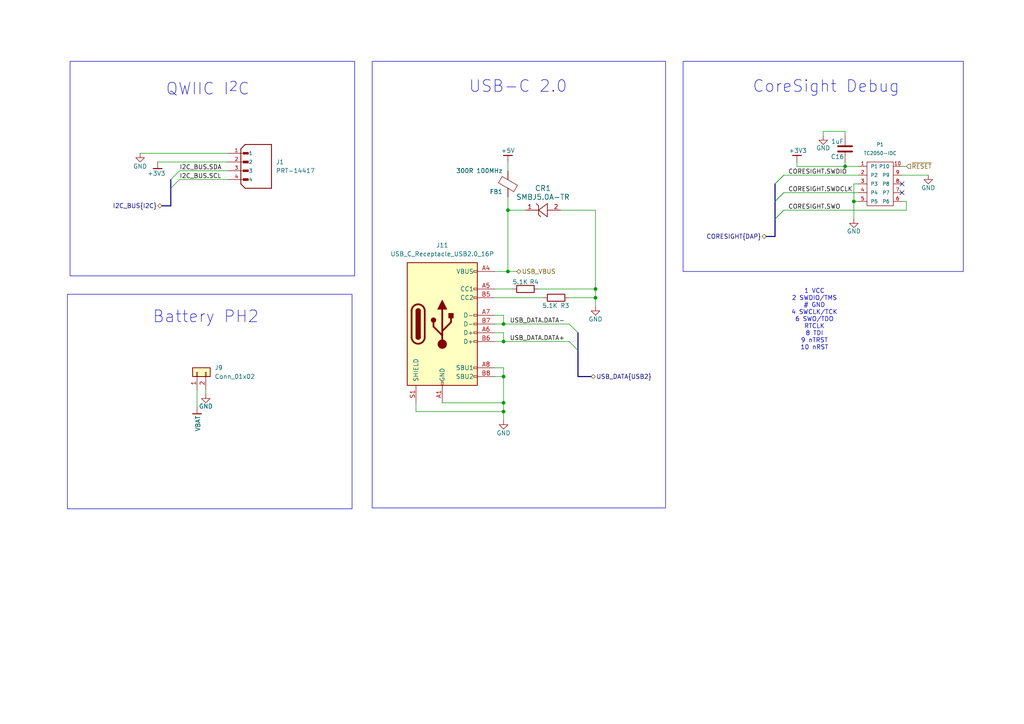
<source format=kicad_sch>
(kicad_sch (version 20250114) (generator "eeschema") (generator_version "9.0")
  (paper "A4")
  (title_block (title "${TITLE}") (date "2024-12-25") (rev "${VERSION}") (company "${AUTHOR}") (comment 1 "${LICENSE}"))
  (lib_symbols
    (symbol "Connector:USB_C_Receptacle_USB2.0_16P" (pin_names (offset 1.016))
      (property "Reference" "J" (at 0 22.225 0))
      (property "Value" "USB_C_Receptacle_USB2.0_16P" (at 0 19.685 0))
      (symbol "USB_C_Receptacle_USB2.0_16P_0_0"
        (rectangle (start -0.254 -17.78) (end 0.254 -16.764))
        (rectangle (start 10.16 15.494) (end 9.144 14.986))
        (rectangle (start 10.16 10.414) (end 9.144 9.906))
        (rectangle (start 10.16 7.874) (end 9.144 7.366))
        (rectangle (start 10.16 2.794) (end 9.144 2.286))
        (rectangle (start 10.16 0.254) (end 9.144 -0.254))
        (rectangle (start 10.16 -2.286) (end 9.144 -2.794))
        (rectangle (start 10.16 -4.826) (end 9.144 -5.334))
        (rectangle (start 10.16 -12.446) (end 9.144 -12.954))
        (rectangle (start 10.16 -14.986) (end 9.144 -15.494))
      )
      (symbol "USB_C_Receptacle_USB2.0_16P_0_1"
        (rectangle (start -10.16 17.78) (end 10.16 -17.78) (stroke (width 0.254)) (fill (type background)))
        (polyline (pts (xy -8.89 -3.81) (xy -8.89 3.81)) (stroke (width 0.508)))
        (rectangle (start -7.62 -3.81) (end -6.35 3.81) (stroke (width 0.254)) (fill (type outline)))
        (arc (start -7.62 3.81) (mid -6.985 4.4423) (end -6.35 3.81) (stroke (width 0.254)))
        (arc (start -7.62 3.81) (mid -6.985 4.4423) (end -6.35 3.81) (stroke (width 0.254)) (fill (type outline)))
        (arc (start -8.89 3.81) (mid -6.985 5.7067) (end -5.08 3.81) (stroke (width 0.508)))
        (arc (start -5.08 -3.81) (mid -6.985 -5.7067) (end -8.89 -3.81) (stroke (width 0.508)))
        (arc (start -6.35 -3.81) (mid -6.985 -4.4423) (end -7.62 -3.81) (stroke (width 0.254)))
        (arc (start -6.35 -3.81) (mid -6.985 -4.4423) (end -7.62 -3.81) (stroke (width 0.254)) (fill (type outline)))
        (polyline (pts (xy -5.08 3.81) (xy -5.08 -3.81)) (stroke (width 0.508)))
        (circle (center -2.54 1.143) (radius 0.635) (stroke (width 0.254)) (fill (type outline)))
        (polyline (pts (xy -1.27 4.318) (xy 0 6.858) (xy 1.27 4.318) (xy -1.27 4.318)) (stroke (width 0.254)) (fill (type outline)))
        (polyline (pts (xy 0 -2.032) (xy 2.54 0.508) (xy 2.54 1.778)) (stroke (width 0.508)))
        (polyline (pts (xy 0 -3.302) (xy -2.54 -0.762) (xy -2.54 0.508)) (stroke (width 0.508)))
        (polyline (pts (xy 0 -5.842) (xy 0 4.318)) (stroke (width 0.508)))
        (circle (center 0 -5.842) (radius 1.27) (fill (type outline)))
        (rectangle (start 1.905 1.778) (end 3.175 3.048) (stroke (width 0.254)) (fill (type outline)))
      )
      (symbol "USB_C_Receptacle_USB2.0_16P_1_1"
        (pin passive line (at -7.62 -22.86 90) (length 5.08) (name "SHIELD") (number "S1"))
        (pin passive line (at 0 -22.86 90) (length 5.08) (name "GND") (number "A1"))
        (pin passive line (at 0 -22.86 90) (length 5.08) (hide yes) (name "GND") (number "A12"))
        (pin passive line (at 0 -22.86 90) (length 5.08) (hide yes) (name "GND") (number "B1"))
        (pin passive line (at 0 -22.86 90) (length 5.08) (hide yes) (name "GND") (number "B12"))
        (pin passive line (at 15.24 15.24 180) (length 5.08) (name "VBUS") (number "A4"))
        (pin passive line (at 15.24 15.24 180) (length 5.08) (hide yes) (name "VBUS") (number "A9"))
        (pin passive line (at 15.24 15.24 180) (length 5.08) (hide yes) (name "VBUS") (number "B4"))
        (pin passive line (at 15.24 15.24 180) (length 5.08) (hide yes) (name "VBUS") (number "B9"))
        (pin bidirectional line (at 15.24 10.16 180) (length 5.08) (name "CC1") (number "A5"))
        (pin bidirectional line (at 15.24 7.62 180) (length 5.08) (name "CC2") (number "B5"))
        (pin bidirectional line (at 15.24 2.54 180) (length 5.08) (name "D-") (number "A7"))
        (pin bidirectional line (at 15.24 0 180) (length 5.08) (name "D-") (number "B7"))
        (pin bidirectional line (at 15.24 -2.54 180) (length 5.08) (name "D+") (number "A6"))
        (pin bidirectional line (at 15.24 -5.08 180) (length 5.08) (name "D+") (number "B6"))
        (pin bidirectional line (at 15.24 -12.7 180) (length 5.08) (name "SBU1") (number "A8"))
        (pin bidirectional line (at 15.24 -15.24 180) (length 5.08) (name "SBU2") (number "B8"))
      )
    )
    (symbol "Connector_Generic:Conn_01x02" (pin_names (offset 1.016) (hide yes))
      (property "Reference" "J" (at 0 2.54 0))
      (property "Value" "Conn_01x02" (at 0 -5.08 0))
      (symbol "Conn_01x02_1_1"
        (rectangle (start -1.27 1.27) (end 1.27 -3.81) (stroke (width 0.254)) (fill (type background)))
        (rectangle (start -1.27 0.127) (end 0 -0.127) (stroke (width 0.1524)))
        (rectangle (start -1.27 -2.413) (end 0 -2.667) (stroke (width 0.1524)))
        (pin passive line (at -5.08 0 0) (length 3.81) (name "Pin_1") (number "1"))
        (pin passive line (at -5.08 -2.54 0) (length 3.81) (name "Pin_2") (number "2"))
      )
    )
    (symbol "Device:C" (pin_numbers (hide yes)) (pin_names (offset 0.254))
      (property "Reference" "C" (at 0.635 2.54 0))
      (property "Value" "C" (at 0.635 -2.54 0))
      (symbol "C_0_1"
        (polyline (pts (xy -2.032 0.762) (xy 2.032 0.762)) (stroke (width 0.508)))
        (polyline (pts (xy -2.032 -0.762) (xy 2.032 -0.762)) (stroke (width 0.508)))
      )
      (symbol "C_1_1"
        (pin passive line (at 0 3.81 270) (length 2.794) (name "~") (number "1"))
        (pin passive line (at 0 -3.81 90) (length 2.794) (name "~") (number "2"))
      )
    )
    (symbol "Device:FerriteBead" (pin_numbers (hide yes)) (pin_names (offset 0))
      (property "Reference" "FB" (at -3.81 0.635 90))
      (property "Value" "FerriteBead" (at 3.81 0 90))
      (symbol "FerriteBead_0_1"
        (polyline (pts (xy -2.7686 0.4064) (xy -1.7018 2.2606) (xy 2.7686 -0.3048) (xy 1.6764 -2.159) (xy -2.7686 0.4064)))
        (polyline (pts (xy 0 1.27) (xy 0 1.2954)))
        (polyline (pts (xy 0 -1.27) (xy 0 -1.2192)))
      )
      (symbol "FerriteBead_1_1"
        (pin passive line (at 0 3.81 270) (length 2.54) (name "~") (number "1"))
        (pin passive line (at 0 -3.81 90) (length 2.54) (name "~") (number "2"))
      )
    )
    (symbol "Device:R" (pin_numbers (hide yes)) (pin_names (offset 0))
      (property "Reference" "R" (at 2.032 0 90))
      (property "Value" "R" (at 0 0 90))
      (symbol "R_0_1"
        (rectangle (start -1.016 -2.54) (end 1.016 2.54) (stroke (width 0.254)))
      )
      (symbol "R_1_1"
        (pin passive line (at 0 3.81 270) (length 1.27) (name "~") (number "1"))
        (pin passive line (at 0 -3.81 90) (length 1.27) (name "~") (number "2"))
      )
    )
    (symbol "GND_10" (power) (pin_names (offset 0))
      (property "Value" "GND" (at 0 -3.81 0))
      (symbol "GND_10_0_1"
        (polyline (pts (xy 0 0) (xy 0 -1.27) (xy 1.27 -1.27) (xy 0 -2.54) (xy -1.27 -1.27) (xy 0 -1.27)))
      )
      (symbol "GND_10_1_1"
        (pin power_in line (at 0 0 270) (length 0) (hide yes) (name "GND") (number "1"))
      )
    )
    (symbol "GND_28" (power) (pin_names (offset 0))
      (property "Value" "GND" (at 0 -3.81 0))
      (symbol "GND_28_0_1"
        (polyline (pts (xy 0 0) (xy 0 -1.27) (xy 1.27 -1.27) (xy 0 -2.54) (xy -1.27 -1.27) (xy 0 -1.27)))
      )
      (symbol "GND_28_1_1"
        (pin power_in line (at 0 0 270) (length 0) (hide yes) (name "GND") (number "1"))
      )
    )
    (symbol "GND_35" (power) (pin_names (offset 0))
      (property "Value" "GND" (at 0 -3.81 0))
      (symbol "GND_35_0_1"
        (polyline (pts (xy 0 0) (xy 0 -1.27) (xy 1.27 -1.27) (xy 0 -2.54) (xy -1.27 -1.27) (xy 0 -1.27)))
      )
      (symbol "GND_35_1_1"
        (pin power_in line (at 0 0 270) (length 0) (hide yes) (name "GND") (number "1"))
      )
    )
    (symbol "GND_37" (power) (pin_names (offset 0))
      (property "Value" "GND" (at 0 -3.81 0))
      (symbol "GND_37_0_1"
        (polyline (pts (xy 0 0) (xy 0 -1.27) (xy 1.27 -1.27) (xy 0 -2.54) (xy -1.27 -1.27) (xy 0 -1.27)))
      )
      (symbol "GND_37_1_1"
        (pin power_in line (at 0 0 270) (length 0) (hide yes) (name "GND") (number "1"))
      )
    )
    (symbol "GND_6" (power) (pin_numbers (hide yes)) (pin_names (offset 0) (hide yes))
      (property "Value" "GND" (at 0 -3.81 0))
      (symbol "GND_6_0_1"
        (polyline (pts (xy 0 0) (xy 0 -1.27) (xy 1.27 -1.27) (xy 0 -2.54) (xy -1.27 -1.27) (xy 0 -1.27)))
      )
      (symbol "GND_6_1_1"
        (pin power_in line (at 0 0 270) (length 0) (name "~") (number "1"))
      )
    )
    (symbol "PRT-14417:PRT-14417" (pin_names (offset 1.016))
      (property "Reference" "J" (at -2.54 8.382 0))
      (property "Value" "PRT-14417" (at -2.54 -7.62 0))
      (symbol "PRT-14417_0_0"
        (polyline (pts (xy -3.81 6.35) (xy -3.81 -3.81)) (stroke (width 0.254)))
        (polyline (pts (xy -3.81 6.35) (xy -2.54 7.62)) (stroke (width 0.254)))
        (polyline (pts (xy -3.81 -3.81) (xy -2.54 -5.08)) (stroke (width 0.254)))
        (rectangle (start -3.175 4.7625) (end -1.5875 5.3975) (stroke (width 0.1)) (fill (type outline)))
        (rectangle (start -3.175 2.2225) (end -1.5875 2.8575) (stroke (width 0.1)) (fill (type outline)))
        (rectangle (start -3.175 -0.3175) (end -1.5875 0.3175) (stroke (width 0.1)) (fill (type outline)))
        (rectangle (start -3.175 -2.8575) (end -1.5875 -2.2225) (stroke (width 0.1)) (fill (type outline)))
        (polyline (pts (xy -2.54 -5.08) (xy 5.08 -5.08)) (stroke (width 0.254)))
        (polyline (pts (xy 5.08 7.62) (xy -2.54 7.62)) (stroke (width 0.254)))
        (polyline (pts (xy 5.08 -5.08) (xy 5.08 7.62)) (stroke (width 0.254)))
        (pin passive line (at -7.62 5.08 0) (length 5.08) (name "1") (number "1"))
        (pin passive line (at -7.62 2.54 0) (length 5.08) (name "2") (number "2"))
        (pin passive line (at -7.62 0 0) (length 5.08) (name "3") (number "3"))
        (pin passive line (at -7.62 -2.54 0) (length 5.08) (name "4") (number "4"))
      )
    )
    (symbol "SMBJ5-0A-TR:SMBJ5.0A-TR" (pin_names (offset 0.254))
      (property "Reference" "CR" (at 0 0 0))
      (property "Value" "SMBJ5.0A-TR" (at 0 0 0))
      (symbol "SMBJ5.0A-TR_0_1"
        (polyline (pts (xy 2.54 0) (xy 3.81 0)) (stroke (width 0.2032)))
        (polyline (pts (xy 3.175 1.905) (xy 3.81 1.27)) (stroke (width 0.2032)))
        (polyline (pts (xy 3.81 1.27) (xy 3.81 -1.27)) (stroke (width 0.2032)))
        (polyline (pts (xy 3.81 0) (xy 6.35 -1.905)) (stroke (width 0.2032)))
        (polyline (pts (xy 3.81 -1.27) (xy 4.445 -1.905)) (stroke (width 0.2032)))
        (polyline (pts (xy 6.35 1.905) (xy 3.81 0)) (stroke (width 0.2032)))
        (polyline (pts (xy 6.35 -1.905) (xy 6.35 1.905)) (stroke (width 0.2032)))
        (polyline (pts (xy 7.62 0) (xy 6.35 0)) (stroke (width 0.2032)))
        (pin unspecified line (at 0 0 0) (length 2.54) (name "") (number "1"))
        (pin unspecified line (at 10.16 0 180) (length 2.54) (name "") (number "2"))
      )
    )
    (symbol "TC2050-IDC:TC2050-IDC" (pin_names (offset 1.016))
      (property "Reference" "P1" (at 0 9.144 0))
      (property "Value" "TC2050-IDC" (at 0 7.366 0))
      (symbol "TC2050-IDC_0_1"
        (rectangle (start 3.81 6.35) (end -3.81 -6.35))
      )
      (symbol "TC2050-IDC_1_1"
        (pin passive line (at -6.35 5.08 0) (length 2.54) (name "P1") (number "1"))
        (pin passive line (at -6.35 2.54 0) (length 2.54) (name "P2") (number "2"))
        (pin passive line (at -6.35 0 0) (length 2.54) (name "P3") (number "3"))
        (pin passive line (at -6.35 -2.54 0) (length 2.54) (name "P4") (number "4"))
        (pin passive line (at -6.35 -5.08 0) (length 2.54) (name "P5") (number "5"))
        (pin passive line (at 6.35 5.08 180) (length 2.54) (name "P10") (number "10"))
        (pin passive line (at 6.35 2.54 180) (length 2.54) (name "P9") (number "9"))
        (pin passive line (at 6.35 0 180) (length 2.54) (name "P8") (number "8"))
        (pin passive line (at 6.35 -2.54 180) (length 2.54) (name "P7") (number "7"))
        (pin passive line (at 6.35 -5.08 180) (length 2.54) (name "P6") (number "6"))
      )
    )
    (symbol "gkl_power:+3V3" (power) (pin_names (offset 0))
      (property "Value" "+3V3" (at 0 3.556 0))
      (symbol "+3V3_0_1"
        (polyline (pts (xy -1.27 1.905) (xy 1.27 1.905)) (stroke (width 0.3048)))
        (polyline (pts (xy 0 0) (xy 0 1.905)))
      )
      (symbol "+3V3_1_1"
        (pin power_in line (at 0 0 90) (length 0) (hide yes) (name "+3V3") (number "1"))
      )
    )
    (symbol "gkl_power:+5V" (power) (pin_names (offset 0))
      (property "Value" "+5V" (at 0 3.175 0))
      (symbol "+5V_0_1"
        (polyline (pts (xy -1.27 1.905) (xy 1.27 1.905)) (stroke (width 0.3048)))
        (polyline (pts (xy 0 0) (xy 0 1.905)))
      )
      (symbol "+5V_1_1"
        (pin power_in line (at 0 0 90) (length 0) (hide yes) (name "+5V") (number "1"))
      )
    )
    (symbol "gkl_power:VBAT" (power) (pin_names (offset 0))
      (property "Value" "VBAT" (at 0 3.556 0))
      (symbol "VBAT_0_1"
        (polyline (pts (xy -1.27 1.905) (xy 1.27 1.905)) (stroke (width 0.3048)))
        (polyline (pts (xy 0 0) (xy 0 1.905)))
      )
      (symbol "VBAT_1_1"
        (pin power_in line (at 0 0 90) (length 0) (hide yes) (name "VBAT") (number "1"))
      )
    )
  )
  (bus_alias "SPI4" (members "DC" "CS" "SCK" "MOSI"))
  (rectangle (start 20.32 17.78) (end 102.87 80.01))
  (rectangle (start 107.95 17.78) (end 193.04 147.32))
  (rectangle (start 198.12 17.78) (end 279.4 78.74))
  (rectangle (start 19.558 85.344) (end 102.108 147.574))
  (text "USB-C 2.0" (at 135.89 27.178 0) (effects (font (size 3.4036 3.4036)) (justify left bottom)))
  (text "Battery PH2" (at 44.196 93.98 0) (effects (font (size 3.4036 3.4036)) (justify left bottom)))
  (text "QWIIC I^{2}C" (at 48.006 27.94 0) (effects (font (size 3.4036 3.4036)) (justify left bottom)))
  (text "1 VCC\n2 SWDIO/TMS\n# GND\n4 SWCLK/TCK\n6 SWO/TDO\nRTCLK\n8 TDI\n9 nTRST\n10 nRST" (at 236.22 92.71 0) (effects (font (size 1.27 1.27))))
  (text "CoreSight Debug" (at 218.186 27.178 0) (effects (font (size 3.4036 3.4036)) (justify left bottom)))
  (junction (at 147.32 78.74))
  (junction (at 172.72 86.36))
  (junction (at 146.05 109.22))
  (junction (at 172.72 83.82))
  (junction (at 146.05 93.98))
  (junction (at 245.11 48.26))
  (junction (at 147.32 60.96))
  (junction (at 146.05 116.84))
  (junction (at 247.65 58.42))
  (junction (at 146.05 99.06))
  (junction (at 146.05 119.38))
  (no_connect (at 261.62 53.34))
  (no_connect (at 261.62 55.88))
  (bus_entry (at 167.64 96.52) (size -2.54 -2.54))
  (bus_entry (at 224.79 63.5) (size 2.54 -2.54))
  (bus_entry (at 49.53 54.61) (size 2.54 -2.54))
  (bus_entry (at 49.53 52.07) (size 2.54 -2.54))
  (bus_entry (at 167.64 101.6) (size -2.54 -2.54))
  (bus_entry (at 224.79 53.34) (size 2.54 -2.54))
  (bus_entry (at 224.79 58.42) (size 2.54 -2.54))
  (bus_entry (at 224.79 53.34) (size 2.54 -2.54))
  (bus_entry (at 224.79 63.5) (size 2.54 -2.54))
  (bus_entry (at 224.79 58.42) (size 2.54 -2.54))
  (wire (pts (xy 261.62 58.42) (xy 262.89 58.42)))
  (wire (pts (xy 227.33 50.8) (xy 248.92 50.8)))
  (wire (pts (xy 143.51 91.44) (xy 146.05 91.44)))
  (bus (pts (xy 222.25 68.58) (xy 224.79 68.58)))
  (wire (pts (xy 245.11 38.1) (xy 245.11 39.37)))
  (wire (pts (xy 143.51 109.22) (xy 146.05 109.22)))
  (wire (pts (xy 146.05 116.84) (xy 146.05 119.38)))
  (bus (pts (xy 49.53 54.61) (xy 49.53 59.69)))
  (wire (pts (xy 143.51 78.74) (xy 147.32 78.74)))
  (wire (pts (xy 165.1 86.36) (xy 172.72 86.36)))
  (wire (pts (xy 146.05 121.92) (xy 146.05 119.38)))
  (wire (pts (xy 143.51 106.68) (xy 146.05 106.68)))
  (wire (pts (xy 57.15 113.03) (xy 57.15 118.11)))
  (wire (pts (xy 231.14 48.26) (xy 231.14 46.99)))
  (bus (pts (xy 167.64 96.52) (xy 167.64 101.6)))
  (wire (pts (xy 143.51 83.82) (xy 148.59 83.82)))
  (wire (pts (xy 172.72 60.96) (xy 172.72 83.82)))
  (wire (pts (xy 52.07 52.07) (xy 66.04 52.07)))
  (wire (pts (xy 120.65 116.84) (xy 120.65 119.38)))
  (wire (pts (xy 143.51 99.06) (xy 146.05 99.06)))
  (wire (pts (xy 147.32 78.74) (xy 149.86 78.74)))
  (wire (pts (xy 45.72 46.99) (xy 66.04 46.99)))
  (wire (pts (xy 59.69 113.03) (xy 59.69 114.3)))
  (bus (pts (xy 224.79 63.5) (xy 224.79 68.58)))
  (bus (pts (xy 224.79 53.34) (xy 224.79 58.42)))
  (wire (pts (xy 120.65 119.38) (xy 146.05 119.38)))
  (wire (pts (xy 262.89 48.26) (xy 261.62 48.26)))
  (wire (pts (xy 231.14 48.26) (xy 245.11 48.26)))
  (wire (pts (xy 147.32 60.96) (xy 147.32 78.74)))
  (wire (pts (xy 245.11 46.99) (xy 245.11 48.26)))
  (wire (pts (xy 227.33 60.96) (xy 262.89 60.96)))
  (wire (pts (xy 146.05 106.68) (xy 146.05 109.22)))
  (wire (pts (xy 248.92 53.34) (xy 247.65 53.34)))
  (wire (pts (xy 262.89 58.42) (xy 262.89 60.96)))
  (wire (pts (xy 146.05 99.06) (xy 146.05 96.52)))
  (wire (pts (xy 143.51 93.98) (xy 146.05 93.98)))
  (wire (pts (xy 238.76 38.1) (xy 238.76 39.37)))
  (wire (pts (xy 245.11 48.26) (xy 248.92 48.26)))
  (wire (pts (xy 40.64 44.45) (xy 66.04 44.45)))
  (wire (pts (xy 238.76 38.1) (xy 245.11 38.1)))
  (wire (pts (xy 146.05 109.22) (xy 146.05 116.84)))
  (wire (pts (xy 146.05 99.06) (xy 165.1 99.06)))
  (bus (pts (xy 167.64 101.6) (xy 167.64 109.22)))
  (wire (pts (xy 162.56 60.96) (xy 172.72 60.96)))
  (wire (pts (xy 156.21 83.82) (xy 172.72 83.82)))
  (wire (pts (xy 172.72 86.36) (xy 172.72 88.9)))
  (bus (pts (xy 49.53 52.07) (xy 49.53 54.61)))
  (wire (pts (xy 147.32 46.99) (xy 147.32 49.53)))
  (wire (pts (xy 172.72 83.82) (xy 172.72 86.36)))
  (wire (pts (xy 269.24 50.8) (xy 261.62 50.8)))
  (wire (pts (xy 247.65 58.42) (xy 247.65 63.5)))
  (wire (pts (xy 52.07 49.53) (xy 66.04 49.53)))
  (wire (pts (xy 247.65 58.42) (xy 248.92 58.42)))
  (wire (pts (xy 247.65 53.34) (xy 247.65 58.42)))
  (wire (pts (xy 128.27 116.84) (xy 146.05 116.84)))
  (wire (pts (xy 147.32 57.15) (xy 147.32 60.96)))
  (wire (pts (xy 143.51 86.36) (xy 157.48 86.36)))
  (bus (pts (xy 171.45 109.22) (xy 167.64 109.22)))
  (wire (pts (xy 143.51 96.52) (xy 146.05 96.52)))
  (bus (pts (xy 224.79 58.42) (xy 224.79 63.5)))
  (wire (pts (xy 146.05 93.98) (xy 146.05 91.44)))
  (wire (pts (xy 227.33 55.88) (xy 248.92 55.88)))
  (wire (pts (xy 146.05 93.98) (xy 165.1 93.98)))
  (wire (pts (xy 152.4 60.96) (xy 147.32 60.96)))
  (bus (pts (xy 46.99 59.69) (xy 49.53 59.69)))
  (label "I2C_BUS.SCL" (at 52.07 52.07 0))
  (label "USB_DATA.DATA+" (at 163.83 99.06 180))
  (label "I2C_BUS.SDA" (at 52.07 49.53 0))
  (label "USB_DATA.DATA-" (at 163.83 93.98 180))
  (label "CORESIGHT.SWDIO" (at 228.6 50.8 0))
  (label "CORESIGHT.SWDCLK" (at 228.6 55.88 0))
  (label "CORESIGHT.SWO" (at 228.6 60.96 0))
  (hierarchical_label "~{RESET}" (shape input) (at 262.89 48.26 0))
  (hierarchical_label "USB_VBUS" (shape bidirectional) (at 149.86 78.74 0))
  (hierarchical_label "CORESIGHT{DAP}" (shape bidirectional) (at 222.25 68.58 180))
  (hierarchical_label "USB_DATA{USB2}" (shape bidirectional) (at 171.45 109.22 0))
  (hierarchical_label "I2C_BUS{I2C}" (shape bidirectional) (at 46.99 59.69 180))
  (symbol (lib_name "GND_35") (lib_id "power:GND") (at 269.24 50.8 0) (unit 1)
    (property "Reference" "#PWR043" (effects (hide yes)))
    (property "Value" "GND" (at 269.24 54.483 0))
  )
  (symbol (lib_id "SMBJ5-0A-TR:SMBJ5.0A-TR") (at 152.4 60.96 0) (unit 1)
    (property "Reference" "CR1" (at 157.48 54.61 0) (effects (font (size 1.524 1.524))))
    (property "Value" "SMBJ5.0A-TR" (at 157.48 57.15 0) (effects (font (size 1.524 1.524))))
    (property "Footprint" "SMBJ5-0A-TR:SMB_STM" (effects (hide yes)))
    (property "Datasheet" "https://www.st.com/content/ccc/resource/technical/document/datasheet/19/78/91/39/07/cd/40/65/CD00001366.pdf/files/CD00001366.pdf/_jcr_content/translations/en.CD00001366.pdf" (effects (hide yes)))
    (property "MP" "SMBJ5.0A-TR" (effects (hide yes)))
  )
  (symbol (lib_id "TC2050-IDC:TC2050-IDC") (at 255.27 53.34 0) (unit 1)
    (property "Reference" "P1" (at 255.27 41.91 0) (effects (font (size 1.016 1.016))))
    (property "Value" "TC2050-IDC" (at 255.27 44.45 0) (effects (font (size 1.016 1.016))))
    (property "Footprint" "Connector:Tag-Connect_TC2050-IDC-FP_2x05_P1.27mm_Vertical" (effects (hide yes)))
  )
  (symbol (lib_id "PRT-14417:PRT-14417") (at 73.66 49.53 0) (unit 1)
    (property "Reference" "J1" (at 80.01 46.9899 0) (effects (justify left)))
    (property "Value" "PRT-14417" (at 80.01 49.5299 0) (effects (justify left)))
    (property "Footprint" "PRT-14417:SPARKFUN_PRT-14417" (effects (hide yes)))
    (property "MF" "SparkFun Electronics" (effects (hide yes)))
    (property "MAXIMUM_PACKAGE_HEIGHT" "2.9 mm" (effects (hide yes)))
    (property "Package" "None" (effects (hide yes)))
    (property "Price" "None" (effects (hide yes)))
    (property "Check_prices" "https://www.snapeda.com/parts/PRT-14417/SparkFun/view-part/?ref=eda" (effects (hide yes)))
    (property "STANDARD" "Manufacturer Recommendations" (effects (hide yes)))
    (property "PARTREV" "NA" (effects (hide yes)))
    (property "SnapEDA_Link" "https://www.snapeda.com/parts/PRT-14417/SparkFun/view-part/?ref=snap" (effects (hide yes)))
    (property "MP" "PRT-14417" (effects (hide yes)))
    (property "Description_1" "QWIIC JST CONNECTOR - SMD 4-PIN" (effects (hide yes)))
    (property "Availability" "In Stock" (effects (hide yes)))
    (property "MANUFACTURER" "SparkFun Electronics" (effects (hide yes)))
  )
  (symbol (lib_id "Connector_Generic:Conn_01x02") (at 57.15 107.95 90) (unit 1)
    (property "Reference" "J9" (at 62.23 106.6799 90) (effects (justify right)))
    (property "Value" "Conn_01x02" (at 62.23 109.2199 90) (effects (justify right)))
    (property "Footprint" "Connector_JST:JST_PH_S2B-PH-K_1x02_P2.00mm_Horizontal" (effects (hide yes)))
    (property "Datasheet" "https://www.we-online.com/components/products/datasheet/61300211121.pdf" (effects (hide yes)))
    (property "Description" "Generic connector, single row, 01x02, script generated (kicad-library-utils/schlib/autogen/connector/)" (effects (hide yes)))
    (property "MP" "S2B-PH-K-S" (effects (hide yes)))
  )
  (symbol (lib_name "GND_6") (lib_id "power:GND") (at 40.64 44.45 0) (unit 1)
    (property "Reference" "#PWR03" (effects (hide yes)))
    (property "Value" "GND" (at 40.64 48.26 0))
    (property "Description" "Power symbol creates a global label with name \"GND\" , ground" (effects (hide yes)))
  )
  (symbol (lib_id "Device:R") (at 152.4 83.82 270) (unit 1)
    (property "Reference" "R4" (at 154.94 81.788 90))
    (property "Value" "5.1K" (at 150.876 81.788 90))
    (property "Footprint" "Resistor_SMD:R_0402_1005Metric" (effects (hide yes)))
    (property "Datasheet" "https://www.vishay.com/docs/28773/crcwce3.pdf" (effects (hide yes)))
    (property "MP" "RCS04025K10FKED" (effects (hide yes)))
  )
  (symbol (lib_name "GND_10") (lib_id "power:GND") (at 238.76 39.37 0) (unit 1)
    (property "Reference" "#PWR037" (effects (hide yes)))
    (property "Value" "GND" (at 238.76 42.926 0))
  )
  (symbol (lib_id "Device:FerriteBead") (at 147.32 53.34 180) (unit 1)
    (property "Reference" "FB1" (at 145.796 55.626 0) (effects (justify left)))
    (property "Value" "300R 100MHz" (at 145.796 49.53 0) (effects (justify left)))
    (property "Footprint" "Inductor_SMD:L_0805_2012Metric" (effects (hide yes)))
    (property "MP" "742792031" (effects (hide yes)))
  )
  (symbol (lib_id "Device:R") (at 161.29 86.36 90) (unit 1)
    (property "Reference" "R3" (at 163.83 88.646 90))
    (property "Value" "5.1K" (at 159.512 88.646 90))
    (property "Footprint" "Resistor_SMD:R_0402_1005Metric" (effects (hide yes)))
    (property "Datasheet" "https://www.vishay.com/docs/28773/crcwce3.pdf" (effects (hide yes)))
    (property "MP" "RCS04025K10FKED" (effects (hide yes)))
  )
  (symbol (lib_name "GND_10") (lib_id "power:GND") (at 247.65 63.5 0) (unit 1)
    (property "Reference" "#PWR038" (effects (hide yes)))
    (property "Value" "GND" (at 247.65 67.056 0))
  )
  (symbol (lib_id "gkl_power:+5V") (at 147.32 46.99 0) (unit 1)
    (property "Reference" "#PWR033" (effects (hide yes)))
    (property "Value" "+5V" (at 147.32 43.688 0))
  )
  (symbol (lib_id "Connector:USB_C_Receptacle_USB2.0_16P") (at 128.27 93.98 0) (unit 1)
    (property "Reference" "J11" (at 128.27 71.12 0))
    (property "Value" "USB_C_Receptacle_USB2.0_16P" (at 128.27 73.66 0))
    (property "Footprint" "Connector_USB:USB_C_Receptacle_GCT_USB4105-xx-A_16P_TopMnt_Horizontal" (effects (hide yes)))
    (property "Datasheet" "https://www.usb.org/sites/default/files/documents/usb_type-c.zip" (effects (hide yes)))
    (property "Description" "USB 2.0-only 16P Type-C Receptacle connector" (effects (hide yes)))
  )
  (symbol (lib_name "GND_37") (lib_id "power:GND") (at 146.05 121.92 0) (unit 1)
    (property "Reference" "#PWR073" (effects (hide yes)))
    (property "Value" "GND" (at 146.05 125.603 0))
  )
  (symbol (lib_name "GND_28") (lib_id "power:GND") (at 59.69 114.3 0) (unit 1)
    (property "Reference" "#PWR031" (effects (hide yes)))
    (property "Value" "GND" (at 57.658 117.856 0) (effects (justify left)))
  )
  (symbol (lib_id "Device:C") (at 245.11 43.18 180) (unit 1)
    (property "Reference" "C16" (at 244.856 45.466 0) (effects (justify left)))
    (property "Value" "1uF" (at 244.729 41.021 0) (effects (justify left)))
    (property "Footprint" "Capacitor_SMD:C_0402_1005Metric" (effects (hide yes)))
    (property "Datasheet" "https://search.murata.co.jp/Ceramy/image/img/A01X/G101/ENG/GRM155Z71A105KE01-01.pdf" (effects (hide yes)))
    (property "MP" "GRM155Z71A105KE01D" (effects (hide yes)))
  )
  (symbol (lib_id "gkl_power:+3V3") (at 45.72 46.99 180) (unit 1)
    (property "Reference" "#PWR01" (effects (hide yes)))
    (property "Value" "+3V3" (at 48.006 50.292 0) (effects (justify left)))
  )
  (symbol (lib_name "GND_37") (lib_id "power:GND") (at 172.72 88.9 0) (unit 1)
    (property "Reference" "#PWR051" (effects (hide yes)))
    (property "Value" "GND" (at 172.72 92.583 0))
  )
  (symbol (lib_id "gkl_power:+3V3") (at 231.14 46.99 0) (unit 1)
    (property "Reference" "#PWR035" (effects (hide yes)))
    (property "Value" "+3V3" (at 231.394 43.688 0))
  )
  (symbol (lib_id "gkl_power:VBAT") (at 57.15 118.11 180) (unit 1)
    (property "Reference" "#PWR066" (effects (hide yes)))
    (property "Value" "VBAT" (at 57.404 120.523 90) (effects (justify left)))
  )
)
</source>
